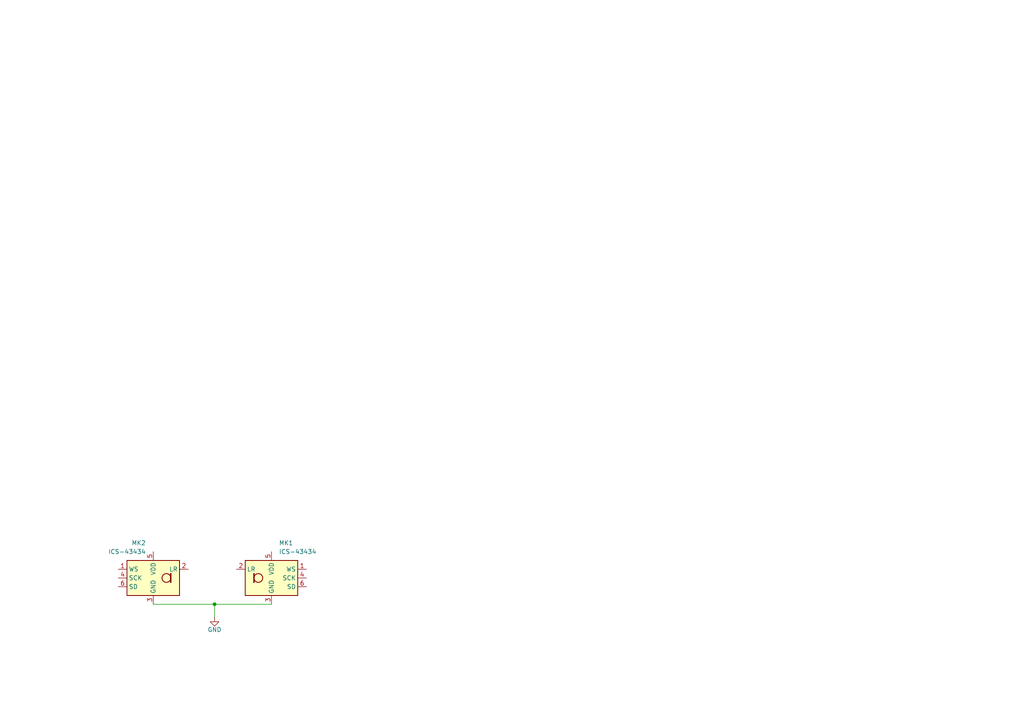
<source format=kicad_sch>
(kicad_sch (version 20250114) (generator "eeschema") (generator_version "9.99")
  (paper "A4")
  (lib_symbols
    (symbol "Sensor_Audio:ICS-43434"
      (property "Reference" "MK" (at -7.62 6.35 0))
      (property "Value" "ICS-43434" (at 1.27 6.35 0))
      (symbol "ICS-43434_1_1"
        (rectangle (start -7.62 5.08) (end 7.62 -5.08) (stroke (width 0.254)) (fill (type background)))
        (polyline (pts (xy -5.08 1.27) (xy -5.08 -1.27)) (stroke (width 0.381)))
        (circle (center -3.81 0) (radius 1.27) (stroke (width 0.254)))
        (pin input line (at -10.16 2.54 0) (length 2.54) (name "LR") (number "2"))
        (pin power_in line (at 0 7.62 270) (length 2.54) (name "VDD") (number "5"))
        (pin power_in line (at 0 -7.62 90) (length 2.54) (name "GND") (number "3"))
        (pin input line (at 10.16 2.54 180) (length 2.54) (name "WS") (number "1"))
        (pin input line (at 10.16 0 180) (length 2.54) (name "SCK") (number "4"))
        (pin output line (at 10.16 -2.54 180) (length 2.54) (name "SD") (number "6"))
      )
    )
    (symbol "power:GND" (power) (pin_numbers (hide yes)) (pin_names (offset 0) (hide yes))
      (property "Value" "GND" (at 0 -3.81 0))
      (symbol "GND_0_1"
        (polyline (pts (xy 0 0) (xy 0 -1.27) (xy 1.27 -1.27) (xy 0 -2.54) (xy -1.27 -1.27) (xy 0 -1.27)))
      )
      (symbol "GND_1_1"
        (pin power_in line (at 0 0 270) (length 0) (name "~") (number "1"))
      )
    )
  )
  (junction (at 62.23 175.26))
  (wire (pts (xy 44.45 175.26) (xy 62.23 175.26)))
  (wire (pts (xy 62.23 179.07) (xy 62.23 175.26)))
  (wire (pts (xy 62.23 175.26) (xy 78.74 175.26)))
  (symbol (lib_id "Sensor_Audio:ICS-43434") (at 44.45 167.64 0) (mirror y) (unit 1)
    (property "Reference" "MK2" (at 42.3067 157.48 0) (effects (justify left)))
    (property "Value" "ICS-43434" (at 42.3067 160.02 0) (effects (justify left)))
    (property "Footprint" "Sensor_Audio:InvenSense_ICS-43434-6_3.5x2.65mm" (hide yes))
    (property "Datasheet" "https://www.invensense.com/wp-content/uploads/2016/02/DS-000069-ICS-43434-v1.2.pdf" (hide yes))
    (property "Description" "TDK InvenSense MEMS Microphone, 24-bit I2S, 65 dBA SNR, LGA-6" (hide yes))
  )
  (symbol (lib_id "power:GND") (at 62.23 179.07 0) (unit 1)
    (property "Reference" "#PWR01" (hide yes))
    (property "Value" "GND" (at 62.23 182.626 0))
    (property "Description" "Power symbol creates a global label with name \"GND\" , ground" (hide yes))
  )
  (symbol (lib_id "Sensor_Audio:ICS-43434") (at 78.74 167.64 0) (unit 1)
    (property "Reference" "MK1" (at 80.8833 157.48 0) (effects (justify left)))
    (property "Value" "ICS-43434" (at 80.8833 160.02 0) (effects (justify left)))
    (property "Footprint" "Sensor_Audio:InvenSense_ICS-43434-6_3.5x2.65mm" (hide yes))
    (property "Datasheet" "https://www.invensense.com/wp-content/uploads/2016/02/DS-000069-ICS-43434-v1.2.pdf" (hide yes))
    (property "Description" "TDK InvenSense MEMS Microphone, 24-bit I2S, 65 dBA SNR, LGA-6" (hide yes))
  )
)
</source>
